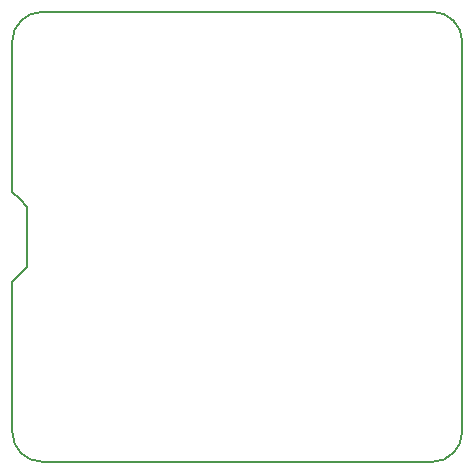
<source format=gbr>
G04 #@! TF.FileFunction,Profile,NP*
%FSLAX46Y46*%
G04 Gerber Fmt 4.6, Leading zero omitted, Abs format (unit mm)*
G04 Created by KiCad (PCBNEW 4.0.4-stable) date 2016 October 10, Monday 23:42:28*
%MOMM*%
%LPD*%
G01*
G04 APERTURE LIST*
%ADD10C,0.100000*%
%ADD11C,0.150000*%
G04 APERTURE END LIST*
D10*
D11*
X0Y-22860000D02*
X0Y-35560000D01*
X0Y-15240000D02*
X0Y-2540000D01*
X635000Y-22225000D02*
X0Y-22860000D01*
X635000Y-15875000D02*
X0Y-15240000D01*
X1270000Y-21590000D02*
X635000Y-22225000D01*
X1270000Y-16510000D02*
X1270000Y-21590000D01*
X635000Y-15875000D02*
X1270000Y-16510000D01*
X0Y-35560000D02*
G75*
G03X2540000Y-38100000I2540000J0D01*
G01*
X35560000Y-38100000D02*
G75*
G03X38100000Y-35560000I0J2540000D01*
G01*
X38100000Y-2540000D02*
G75*
G03X35560000Y0I-2540000J0D01*
G01*
X2540000Y0D02*
G75*
G03X0Y-2540000I0J-2540000D01*
G01*
X35560000Y-38100000D02*
X2540000Y-38100000D01*
X38100000Y-2540000D02*
X38100000Y-35560000D01*
X35560000Y0D02*
X2540000Y0D01*
M02*

</source>
